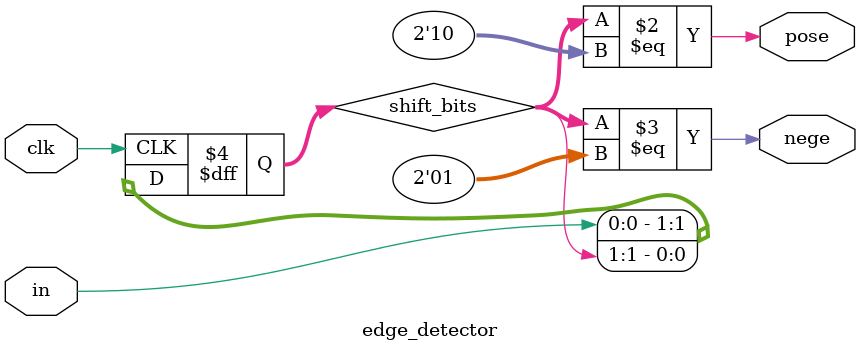
<source format=v>
module edge_detector(clk, in, pose, nege);
  parameter BITS = 2;
  input clk, in;
  output pose, nege;
  reg [BITS - 1:0] shift_bits;

  always @(posedge clk) shift_bits <= {in, shift_bits[BITS - 1:1]};
  assign pose = shift_bits[1:0] == 2'b10;
  assign nege = shift_bits[1:0] == 2'b01;
endmodule

</source>
